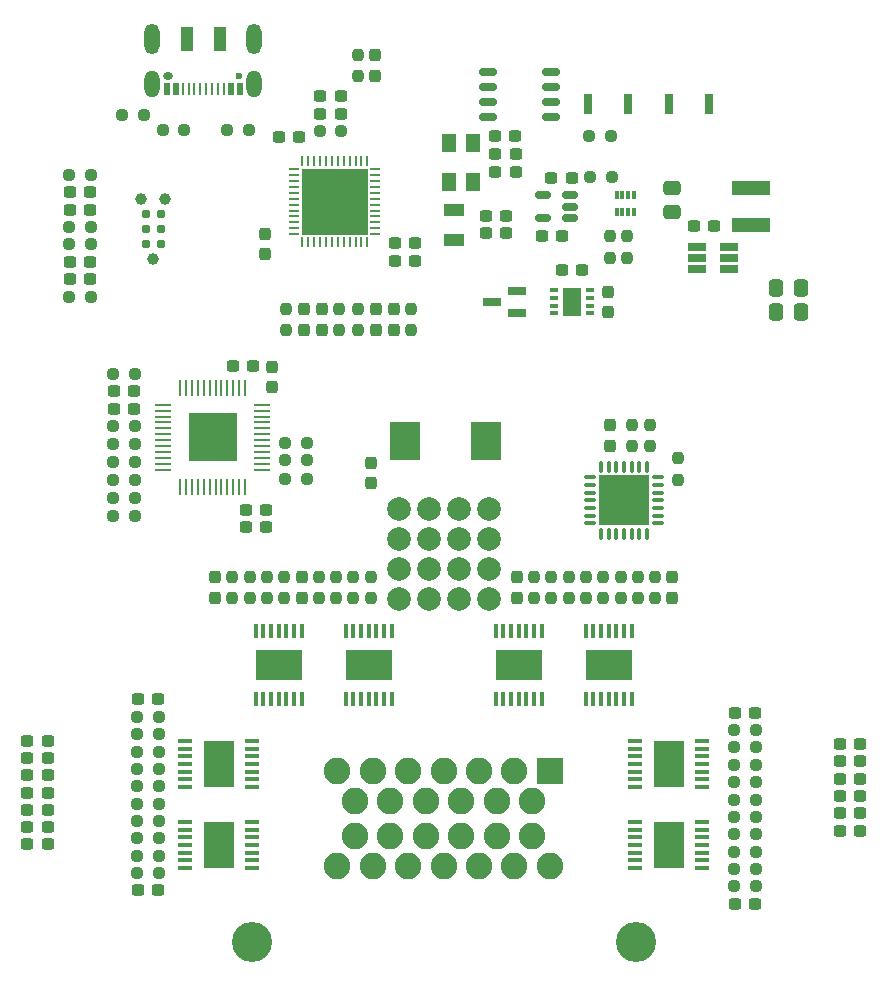
<source format=gts>
G04 #@! TF.GenerationSoftware,KiCad,Pcbnew,(7.0.0)*
G04 #@! TF.CreationDate,2023-08-22T13:44:59-04:00*
G04 #@! TF.ProjectId,Power Module Rev 5,506f7765-7220-44d6-9f64-756c65205265,rev?*
G04 #@! TF.SameCoordinates,Original*
G04 #@! TF.FileFunction,Soldermask,Top*
G04 #@! TF.FilePolarity,Negative*
%FSLAX46Y46*%
G04 Gerber Fmt 4.6, Leading zero omitted, Abs format (unit mm)*
G04 Created by KiCad (PCBNEW (7.0.0)) date 2023-08-22 13:44:59*
%MOMM*%
%LPD*%
G01*
G04 APERTURE LIST*
G04 Aperture macros list*
%AMRoundRect*
0 Rectangle with rounded corners*
0 $1 Rounding radius*
0 $2 $3 $4 $5 $6 $7 $8 $9 X,Y pos of 4 corners*
0 Add a 4 corners polygon primitive as box body*
4,1,4,$2,$3,$4,$5,$6,$7,$8,$9,$2,$3,0*
0 Add four circle primitives for the rounded corners*
1,1,$1+$1,$2,$3*
1,1,$1+$1,$4,$5*
1,1,$1+$1,$6,$7*
1,1,$1+$1,$8,$9*
0 Add four rect primitives between the rounded corners*
20,1,$1+$1,$2,$3,$4,$5,0*
20,1,$1+$1,$4,$5,$6,$7,0*
20,1,$1+$1,$6,$7,$8,$9,0*
20,1,$1+$1,$8,$9,$2,$3,0*%
G04 Aperture macros list end*
%ADD10RoundRect,0.237500X-0.300000X-0.237500X0.300000X-0.237500X0.300000X0.237500X-0.300000X0.237500X0*%
%ADD11RoundRect,0.237500X0.237500X-0.250000X0.237500X0.250000X-0.237500X0.250000X-0.237500X-0.250000X0*%
%ADD12RoundRect,0.237500X0.237500X-0.300000X0.237500X0.300000X-0.237500X0.300000X-0.237500X-0.300000X0*%
%ADD13R,0.450000X1.310000*%
%ADD14R,4.000000X2.650000*%
%ADD15RoundRect,0.237500X0.250000X0.237500X-0.250000X0.237500X-0.250000X-0.237500X0.250000X-0.237500X0*%
%ADD16R,0.650000X0.350000*%
%ADD17R,1.550000X2.400000*%
%ADD18RoundRect,0.237500X0.300000X0.237500X-0.300000X0.237500X-0.300000X-0.237500X0.300000X-0.237500X0*%
%ADD19R,0.800000X1.700000*%
%ADD20R,1.300000X1.600000*%
%ADD21R,2.500000X3.300000*%
%ADD22RoundRect,0.237500X-0.250000X-0.237500X0.250000X-0.237500X0.250000X0.237500X-0.250000X0.237500X0*%
%ADD23R,1.310000X0.450000*%
%ADD24R,2.650000X4.000000*%
%ADD25R,1.346200X0.279400*%
%ADD26R,0.279400X1.346200*%
%ADD27R,4.140200X4.140200*%
%ADD28RoundRect,0.237500X-0.237500X0.287500X-0.237500X-0.287500X0.237500X-0.287500X0.237500X0.287500X0*%
%ADD29C,0.990600*%
%ADD30C,0.787400*%
%ADD31RoundRect,0.150000X0.512500X0.150000X-0.512500X0.150000X-0.512500X-0.150000X0.512500X-0.150000X0*%
%ADD32RoundRect,0.237500X-0.237500X0.250000X-0.237500X-0.250000X0.237500X-0.250000X0.237500X0.250000X0*%
%ADD33R,3.300000X1.200000*%
%ADD34C,0.600000*%
%ADD35O,0.850000X0.600000*%
%ADD36R,0.520000X1.000000*%
%ADD37R,0.270000X1.000000*%
%ADD38O,1.300000X2.300000*%
%ADD39O,1.300000X2.600000*%
%ADD40R,1.000000X2.000000*%
%ADD41RoundRect,0.237500X-0.237500X0.300000X-0.237500X-0.300000X0.237500X-0.300000X0.237500X0.300000X0*%
%ADD42RoundRect,0.062500X0.375000X0.062500X-0.375000X0.062500X-0.375000X-0.062500X0.375000X-0.062500X0*%
%ADD43RoundRect,0.062500X0.062500X0.375000X-0.062500X0.375000X-0.062500X-0.375000X0.062500X-0.375000X0*%
%ADD44R,5.600000X5.600000*%
%ADD45C,3.400000*%
%ADD46R,2.250000X2.250000*%
%ADD47C,2.250000*%
%ADD48C,2.003200*%
%ADD49RoundRect,0.012800X0.147200X-0.317200X0.147200X0.317200X-0.147200X0.317200X-0.147200X-0.317200X0*%
%ADD50RoundRect,0.250000X-0.337500X-0.475000X0.337500X-0.475000X0.337500X0.475000X-0.337500X0.475000X0*%
%ADD51RoundRect,0.150000X0.625000X0.150000X-0.625000X0.150000X-0.625000X-0.150000X0.625000X-0.150000X0*%
%ADD52R,1.800000X1.000000*%
%ADD53RoundRect,0.250000X-0.475000X0.337500X-0.475000X-0.337500X0.475000X-0.337500X0.475000X0.337500X0*%
%ADD54RoundRect,0.075000X-0.437500X-0.075000X0.437500X-0.075000X0.437500X0.075000X-0.437500X0.075000X0*%
%ADD55RoundRect,0.075000X-0.075000X-0.437500X0.075000X-0.437500X0.075000X0.437500X-0.075000X0.437500X0*%
%ADD56R,4.250000X4.250000*%
%ADD57R,1.560000X0.650000*%
%ADD58RoundRect,0.070000X0.650000X0.300000X-0.650000X0.300000X-0.650000X-0.300000X0.650000X-0.300000X0*%
G04 APERTURE END LIST*
D10*
X116561700Y-56002400D03*
X118286700Y-56002400D03*
D11*
X113513600Y-98499300D03*
X113513600Y-96674300D03*
D12*
X114973600Y-98449300D03*
X114973600Y-96724300D03*
D13*
X142919999Y-101289999D03*
X142269999Y-101289999D03*
X141619999Y-101289999D03*
X140969999Y-101294999D03*
X140319999Y-101289999D03*
X139669999Y-101289999D03*
X139019999Y-101289999D03*
X139019999Y-106989999D03*
X139669999Y-106989999D03*
X140319999Y-106989999D03*
X140969999Y-106989999D03*
X141619999Y-106989999D03*
X142269999Y-106989999D03*
X142919999Y-106989999D03*
D14*
X140969999Y-104139999D03*
D15*
X102880000Y-112960000D03*
X101055000Y-112960000D03*
X100838000Y-88468200D03*
X99013000Y-88468200D03*
X102880000Y-120290000D03*
X101055000Y-120290000D03*
X115426985Y-85311700D03*
X113601985Y-85311700D03*
D10*
X160529100Y-110845600D03*
X162254100Y-110845600D03*
D16*
X139434699Y-74378199D03*
X139434699Y-73728199D03*
X139434699Y-73078199D03*
X139434699Y-72428199D03*
X136334699Y-72428199D03*
X136334699Y-73078199D03*
X136334699Y-73728199D03*
X136334699Y-74378199D03*
D17*
X137884699Y-73403199D03*
D15*
X118336700Y-58948800D03*
X116511700Y-58948800D03*
D10*
X135313300Y-67802800D03*
X137038300Y-67802800D03*
D18*
X100788000Y-82455700D03*
X99063000Y-82455700D03*
D11*
X109123600Y-98499300D03*
X109123600Y-96674300D03*
D19*
X146102599Y-56641999D03*
X149502599Y-56641999D03*
D18*
X137838300Y-62875200D03*
X136113300Y-62875200D03*
D10*
X131344500Y-59334400D03*
X133069500Y-59334400D03*
X116561700Y-57480200D03*
X118286700Y-57480200D03*
D20*
X129489199Y-63270399D03*
X129489199Y-59970399D03*
X127489199Y-59970399D03*
X127489199Y-63270399D03*
D10*
X160529100Y-112311600D03*
X162254100Y-112311600D03*
D18*
X97077700Y-65582800D03*
X95352700Y-65582800D03*
X102830000Y-107060000D03*
X101105000Y-107060000D03*
D21*
X123702399Y-85191599D03*
X130602399Y-85201599D03*
D15*
X100838000Y-79508900D03*
X99013000Y-79508900D03*
D11*
X143446868Y-98499300D03*
X143446868Y-96674300D03*
D10*
X113056500Y-59461400D03*
X114781500Y-59461400D03*
D11*
X113700443Y-75816756D03*
X113700443Y-73991756D03*
X134646872Y-98499300D03*
X134646872Y-96674300D03*
X142570200Y-69670300D03*
X142570200Y-67845300D03*
D13*
X114979999Y-101289999D03*
X114329999Y-101289999D03*
X113679999Y-101289999D03*
X113029999Y-101294999D03*
X112379999Y-101289999D03*
X111729999Y-101289999D03*
X111079999Y-101289999D03*
X111079999Y-106989999D03*
X111729999Y-106989999D03*
X112379999Y-106989999D03*
X113029999Y-106989999D03*
X113679999Y-106989999D03*
X114329999Y-106989999D03*
X114979999Y-106989999D03*
D14*
X113029999Y-104139999D03*
D22*
X95302700Y-68529200D03*
X97127700Y-68529200D03*
X151589100Y-119948163D03*
X153414100Y-119948163D03*
D15*
X102880000Y-114420000D03*
X101055000Y-114420000D03*
D11*
X116433600Y-98499300D03*
X116433600Y-96674300D03*
D18*
X93496300Y-114950533D03*
X91771300Y-114950533D03*
X124585900Y-69900800D03*
X122860900Y-69900800D03*
D10*
X160529100Y-115243600D03*
X162254100Y-115243600D03*
D15*
X102880000Y-110020000D03*
X101055000Y-110020000D03*
D23*
X148899999Y-121329999D03*
X148899999Y-120679999D03*
X148899999Y-120029999D03*
X148894999Y-119379999D03*
X148899999Y-118729999D03*
X148899999Y-118079999D03*
X148899999Y-117429999D03*
X143199999Y-117429999D03*
X143199999Y-118079999D03*
X143199999Y-118729999D03*
X143199999Y-119379999D03*
X143199999Y-120029999D03*
X143199999Y-120679999D03*
X143199999Y-121329999D03*
D24*
X146049999Y-119379999D03*
D22*
X139399000Y-62865000D03*
X141224000Y-62865000D03*
D12*
X120853200Y-88771900D03*
X120853200Y-87046900D03*
D22*
X95302700Y-72948800D03*
X97127700Y-72948800D03*
D18*
X149935100Y-66973400D03*
X148210100Y-66973400D03*
D10*
X151639100Y-108180891D03*
X153364100Y-108180891D03*
D15*
X102880000Y-118830000D03*
X101055000Y-118830000D03*
D11*
X136113538Y-98499300D03*
X136113538Y-96674300D03*
D18*
X97077700Y-64109600D03*
X95352700Y-64109600D03*
X132282100Y-66120800D03*
X130557100Y-66120800D03*
X93496300Y-119340532D03*
X91771300Y-119340532D03*
D25*
X111620299Y-87612092D03*
X111620299Y-87111966D03*
X111620299Y-86611840D03*
X111620299Y-86111714D03*
X111620299Y-85611588D03*
X111620299Y-85111462D03*
X111620299Y-84611336D03*
X111620299Y-84111210D03*
X111620299Y-83611084D03*
X111620299Y-83110958D03*
X111620299Y-82610832D03*
X111620299Y-82110706D03*
D26*
X110192692Y-80683099D03*
X109692566Y-80683099D03*
X109192440Y-80683099D03*
X108692314Y-80683099D03*
X108192188Y-80683099D03*
X107692062Y-80683099D03*
X107191936Y-80683099D03*
X106691810Y-80683099D03*
X106191684Y-80683099D03*
X105691558Y-80683099D03*
X105191432Y-80683099D03*
X104691306Y-80683099D03*
D25*
X103263699Y-82110706D03*
X103263699Y-82610832D03*
X103263699Y-83110958D03*
X103263699Y-83611084D03*
X103263699Y-84111210D03*
X103263699Y-84611336D03*
X103263699Y-85111462D03*
X103263699Y-85611588D03*
X103263699Y-86111714D03*
X103263699Y-86611840D03*
X103263699Y-87111966D03*
X103263699Y-87612092D03*
D26*
X104691306Y-89039699D03*
X105191432Y-89039699D03*
X105691558Y-89039699D03*
X106191684Y-89039699D03*
X106691810Y-89039699D03*
X107191936Y-89039699D03*
X107692062Y-89039699D03*
X108192188Y-89039699D03*
X108692314Y-89039699D03*
X109192440Y-89039699D03*
X109692566Y-89039699D03*
X110192692Y-89039699D03*
D27*
X107441999Y-84861399D03*
D28*
X121234200Y-52490400D03*
X121234200Y-54240400D03*
D22*
X151589100Y-122889981D03*
X153414100Y-122889981D03*
D23*
X105099999Y-110571999D03*
X105099999Y-111221999D03*
X105099999Y-111871999D03*
X105104999Y-112521999D03*
X105099999Y-113171999D03*
X105099999Y-113821999D03*
X105099999Y-114471999D03*
X110799999Y-114471999D03*
X110799999Y-113821999D03*
X110799999Y-113171999D03*
X110799999Y-112521999D03*
X110799999Y-111871999D03*
X110799999Y-111221999D03*
X110799999Y-110571999D03*
D24*
X107949999Y-112521999D03*
D10*
X110273785Y-92486500D03*
X111998785Y-92486500D03*
D29*
X102438200Y-69773800D03*
X101422200Y-64693800D03*
X103454200Y-64693800D03*
D30*
X103073200Y-68503800D03*
X101803200Y-68503800D03*
X103073200Y-67233800D03*
X101803200Y-67233800D03*
X103073200Y-65963800D03*
X101803200Y-65963800D03*
D19*
X139219199Y-56641999D03*
X142619199Y-56641999D03*
D31*
X137713300Y-66278800D03*
X137713300Y-65328800D03*
X137713300Y-64378800D03*
X135438300Y-64378800D03*
X135438300Y-66278800D03*
D10*
X160529100Y-116709600D03*
X162254100Y-116709600D03*
X151639100Y-124360890D03*
X153364100Y-124360890D03*
D11*
X137580204Y-98499300D03*
X137580204Y-96674300D03*
D15*
X115426985Y-86810300D03*
X113601985Y-86810300D03*
D12*
X133180206Y-98449300D03*
X133180206Y-96724300D03*
D32*
X146837400Y-86615900D03*
X146837400Y-88440900D03*
D10*
X137020600Y-70724400D03*
X138745600Y-70724400D03*
D15*
X100838000Y-91541600D03*
X99013000Y-91541600D03*
D22*
X151589100Y-115535436D03*
X153414100Y-115535436D03*
X151589100Y-118477254D03*
X153414100Y-118477254D03*
D33*
X153034999Y-66853399D03*
X153034999Y-63753399D03*
D34*
X109654600Y-54247000D03*
D35*
X103654599Y-54246999D03*
D36*
X109754599Y-55346999D03*
X109004599Y-55346999D03*
D37*
X108404599Y-55346999D03*
X106904599Y-55346999D03*
X105904599Y-55346999D03*
X104904599Y-55346999D03*
D36*
X104304599Y-55346999D03*
X103554599Y-55346999D03*
X103554599Y-55346999D03*
X104304599Y-55346999D03*
D37*
X105404599Y-55346999D03*
X106404599Y-55346999D03*
X107404599Y-55346999D03*
X107904599Y-55346999D03*
D36*
X109004599Y-55346999D03*
X109754599Y-55346999D03*
D38*
X110974599Y-54971999D03*
D39*
X110974599Y-51146999D03*
D40*
X108054599Y-51146999D03*
X105254599Y-51146999D03*
D38*
X102334599Y-54971999D03*
D39*
X102334599Y-51146999D03*
D41*
X140880300Y-72528900D03*
X140880300Y-74253900D03*
D18*
X93496300Y-110560534D03*
X91771300Y-110560534D03*
D15*
X102880000Y-117360000D03*
X101055000Y-117360000D03*
D18*
X93496300Y-112023867D03*
X91771300Y-112023867D03*
D32*
X144475200Y-83798400D03*
X144475200Y-85623400D03*
D18*
X133093800Y-60883800D03*
X131368800Y-60883800D03*
D10*
X160529100Y-118175600D03*
X162254100Y-118175600D03*
D42*
X121234200Y-67667000D03*
X121234200Y-67167000D03*
X121234200Y-66667000D03*
X121234200Y-66167000D03*
X121234200Y-65667000D03*
X121234200Y-65167000D03*
X121234200Y-64667000D03*
X121234200Y-64167000D03*
X121234200Y-63667000D03*
X121234200Y-63167000D03*
X121234200Y-62667000D03*
X121234200Y-62167000D03*
D43*
X120546700Y-61479500D03*
X120046700Y-61479500D03*
X119546700Y-61479500D03*
X119046700Y-61479500D03*
X118546700Y-61479500D03*
X118046700Y-61479500D03*
X117546700Y-61479500D03*
X117046700Y-61479500D03*
X116546700Y-61479500D03*
X116046700Y-61479500D03*
X115546700Y-61479500D03*
X115046700Y-61479500D03*
D42*
X114359200Y-62167000D03*
X114359200Y-62667000D03*
X114359200Y-63167000D03*
X114359200Y-63667000D03*
X114359200Y-64167000D03*
X114359200Y-64667000D03*
X114359200Y-65167000D03*
X114359200Y-65667000D03*
X114359200Y-66167000D03*
X114359200Y-66667000D03*
X114359200Y-67167000D03*
X114359200Y-67667000D03*
D43*
X115046700Y-68354500D03*
X115546700Y-68354500D03*
X116046700Y-68354500D03*
X116546700Y-68354500D03*
X117046700Y-68354500D03*
X117546700Y-68354500D03*
X118046700Y-68354500D03*
X118546700Y-68354500D03*
X119046700Y-68354500D03*
X119546700Y-68354500D03*
X120046700Y-68354500D03*
X120546700Y-68354500D03*
D44*
X117796699Y-64916999D03*
D32*
X141071600Y-67845300D03*
X141071600Y-69670300D03*
D22*
X139320900Y-59359800D03*
X141145900Y-59359800D03*
D41*
X121271643Y-74041756D03*
X121271643Y-75766756D03*
D15*
X102880000Y-115880000D03*
X101055000Y-115880000D03*
D18*
X133093800Y-62368600D03*
X131368800Y-62368600D03*
D41*
X141097000Y-83848400D03*
X141097000Y-85573400D03*
D45*
X110750000Y-127635000D03*
X143250000Y-127635000D03*
D46*
X135999999Y-113134999D03*
D47*
X133000000Y-113135000D03*
X130000000Y-113135000D03*
X127000000Y-113135000D03*
X124000000Y-113135000D03*
X121000000Y-113135000D03*
X118000000Y-113135000D03*
X134500000Y-115635000D03*
X131500000Y-115635000D03*
X128500000Y-115635000D03*
X125500000Y-115635000D03*
X122500000Y-115635000D03*
X119500000Y-115635000D03*
X134500000Y-118635000D03*
X131500000Y-118635000D03*
X128500000Y-118635000D03*
X125500000Y-118635000D03*
X122500000Y-118635000D03*
X119500000Y-118635000D03*
X136000000Y-121135000D03*
X133000000Y-121135000D03*
X130000000Y-121135000D03*
X127000000Y-121135000D03*
X124000000Y-121135000D03*
X121000000Y-121135000D03*
X118000000Y-121135000D03*
D11*
X119761000Y-54300400D03*
X119761000Y-52475400D03*
X140513536Y-98499300D03*
X140513536Y-96674300D03*
D32*
X142951200Y-83798400D03*
X142951200Y-85623400D03*
D12*
X107653600Y-98449300D03*
X107653600Y-96724300D03*
D22*
X108690400Y-58826400D03*
X110515400Y-58826400D03*
X151589100Y-117006345D03*
X153414100Y-117006345D03*
D15*
X100838000Y-85471000D03*
X99013000Y-85471000D03*
X115426985Y-88359700D03*
X113601985Y-88359700D03*
D18*
X97077700Y-71475600D03*
X95352700Y-71475600D03*
D22*
X151589100Y-114064527D03*
X153414100Y-114064527D03*
D11*
X119363600Y-98499300D03*
X119363600Y-96674300D03*
D48*
X123190000Y-90932000D03*
X125730000Y-90932000D03*
X128270000Y-90932000D03*
X130810000Y-90932000D03*
X130810000Y-93472000D03*
X128270000Y-93472000D03*
X125730000Y-93472000D03*
X123190000Y-93472000D03*
X123190000Y-96012000D03*
X125730000Y-96012000D03*
X128270000Y-96012000D03*
X130810000Y-96012000D03*
X130810000Y-98552000D03*
X128270000Y-98552000D03*
X125730000Y-98552000D03*
X123190000Y-98552000D03*
D41*
X115175643Y-74041756D03*
X115175643Y-75766756D03*
D11*
X144913534Y-98499300D03*
X144913534Y-96674300D03*
D15*
X102880000Y-121750000D03*
X101055000Y-121750000D03*
D49*
X141642400Y-65784400D03*
X142142400Y-65784400D03*
X142642400Y-65784400D03*
X143142400Y-65784400D03*
X143142400Y-64314400D03*
X142642400Y-64314400D03*
X142142400Y-64314400D03*
X141642400Y-64314400D03*
D22*
X151589100Y-112593618D03*
X153414100Y-112593618D03*
D15*
X105054400Y-58826400D03*
X103229400Y-58826400D03*
D50*
X155172500Y-74231600D03*
X157247500Y-74231600D03*
D22*
X95302700Y-67056000D03*
X97127700Y-67056000D03*
D41*
X112457085Y-78887700D03*
X112457085Y-80612700D03*
X116699643Y-74041756D03*
X116699643Y-75766756D03*
D12*
X111861600Y-69340900D03*
X111861600Y-67615900D03*
D11*
X110583600Y-98499300D03*
X110583600Y-96674300D03*
X120823600Y-98499300D03*
X120823600Y-96674300D03*
D15*
X102880000Y-108540000D03*
X101055000Y-108540000D03*
D18*
X102830000Y-123230000D03*
X101105000Y-123230000D03*
D51*
X136126600Y-57708800D03*
X136126600Y-56438800D03*
X136126600Y-55168800D03*
X136126600Y-53898800D03*
X130776600Y-53898800D03*
X130776600Y-55168800D03*
X130776600Y-56438800D03*
X130776600Y-57708800D03*
D22*
X95302700Y-62636400D03*
X97127700Y-62636400D03*
D52*
X127888999Y-65628199D03*
X127888999Y-68128199D03*
D10*
X160529100Y-113777600D03*
X162254100Y-113777600D03*
D18*
X132282100Y-67589400D03*
X130557100Y-67589400D03*
D11*
X112043600Y-98499300D03*
X112043600Y-96674300D03*
D22*
X151589100Y-121419072D03*
X153414100Y-121419072D03*
D23*
X105099999Y-117429999D03*
X105099999Y-118079999D03*
X105099999Y-118729999D03*
X105104999Y-119379999D03*
X105099999Y-120029999D03*
X105099999Y-120679999D03*
X105099999Y-121329999D03*
X110799999Y-121329999D03*
X110799999Y-120679999D03*
X110799999Y-120029999D03*
X110799999Y-119379999D03*
X110799999Y-118729999D03*
X110799999Y-118079999D03*
X110799999Y-117429999D03*
D24*
X107949999Y-119379999D03*
D22*
X151589100Y-109651800D03*
X153414100Y-109651800D03*
D15*
X102880000Y-111490000D03*
X101055000Y-111490000D03*
X100838000Y-86969600D03*
X99013000Y-86969600D03*
D10*
X110273785Y-91001300D03*
X111998785Y-91001300D03*
D50*
X155172500Y-72263000D03*
X157247500Y-72263000D03*
D11*
X124268843Y-75816756D03*
X124268843Y-73991756D03*
D41*
X122795643Y-74041756D03*
X122795643Y-75766756D03*
D22*
X151589100Y-111122709D03*
X153414100Y-111122709D03*
D11*
X118165243Y-75816756D03*
X118165243Y-73991756D03*
D18*
X124585900Y-68427600D03*
X122860900Y-68427600D03*
D15*
X100838000Y-89992200D03*
X99013000Y-89992200D03*
D53*
X146354800Y-63745900D03*
X146354800Y-65820900D03*
D15*
X101623500Y-57556400D03*
X99798500Y-57556400D03*
D11*
X117893600Y-98499300D03*
X117893600Y-96674300D03*
D18*
X100788000Y-80982100D03*
X99063000Y-80982100D03*
D15*
X100838000Y-83921600D03*
X99013000Y-83921600D03*
D12*
X146380200Y-98449300D03*
X146380200Y-96724300D03*
D18*
X97077700Y-70002400D03*
X95352700Y-70002400D03*
D13*
X122599999Y-101289999D03*
X121949999Y-101289999D03*
X121299999Y-101289999D03*
X120649999Y-101294999D03*
X119999999Y-101289999D03*
X119349999Y-101289999D03*
X118699999Y-101289999D03*
X118699999Y-106989999D03*
X119349999Y-106989999D03*
X119999999Y-106989999D03*
X120649999Y-106989999D03*
X121299999Y-106989999D03*
X121949999Y-106989999D03*
X122599999Y-106989999D03*
D14*
X120649999Y-104139999D03*
D11*
X139046870Y-98499300D03*
X139046870Y-96674300D03*
D18*
X93496300Y-116413866D03*
X91771300Y-116413866D03*
D54*
X139437900Y-88244800D03*
X139437900Y-88894800D03*
X139437900Y-89544800D03*
X139437900Y-90194800D03*
X139437900Y-90844800D03*
X139437900Y-91494800D03*
X139437900Y-92144800D03*
D55*
X140325400Y-93032300D03*
X140975400Y-93032300D03*
X141625400Y-93032300D03*
X142275400Y-93032300D03*
X142925400Y-93032300D03*
X143575400Y-93032300D03*
X144225400Y-93032300D03*
D54*
X145112900Y-92144800D03*
X145112900Y-91494800D03*
X145112900Y-90844800D03*
X145112900Y-90194800D03*
X145112900Y-89544800D03*
X145112900Y-88894800D03*
X145112900Y-88244800D03*
D55*
X144225400Y-87357300D03*
X143575400Y-87357300D03*
X142925400Y-87357300D03*
X142275400Y-87357300D03*
X141625400Y-87357300D03*
X140975400Y-87357300D03*
X140325400Y-87357300D03*
D56*
X142275399Y-90194799D03*
D11*
X141980202Y-98499300D03*
X141980202Y-96674300D03*
D57*
X148429999Y-68711999D03*
X148429999Y-69661999D03*
X148429999Y-70611999D03*
X151129999Y-70611999D03*
X151129999Y-69661999D03*
X151129999Y-68711999D03*
D58*
X133206200Y-74353200D03*
X133206200Y-72453200D03*
X131106200Y-73403200D03*
D18*
X93496300Y-117877199D03*
X91771300Y-117877199D03*
D11*
X119791643Y-75816756D03*
X119791643Y-73991756D03*
D13*
X135299999Y-101289999D03*
X134649999Y-101289999D03*
X133999999Y-101289999D03*
X133349999Y-101294999D03*
X132699999Y-101289999D03*
X132049999Y-101289999D03*
X131399999Y-101289999D03*
X131399999Y-106989999D03*
X132049999Y-106989999D03*
X132699999Y-106989999D03*
X133349999Y-106989999D03*
X133999999Y-106989999D03*
X134649999Y-106989999D03*
X135299999Y-106989999D03*
D14*
X133349999Y-104139999D03*
D18*
X110882285Y-78834700D03*
X109157285Y-78834700D03*
D23*
X148899999Y-114471999D03*
X148899999Y-113821999D03*
X148899999Y-113171999D03*
X148894999Y-112521999D03*
X148899999Y-111871999D03*
X148899999Y-111221999D03*
X148899999Y-110571999D03*
X143199999Y-110571999D03*
X143199999Y-111221999D03*
X143199999Y-111871999D03*
X143199999Y-112521999D03*
X143199999Y-113171999D03*
X143199999Y-113821999D03*
X143199999Y-114471999D03*
D24*
X146049999Y-112521999D03*
D18*
X93496300Y-113487200D03*
X91771300Y-113487200D03*
M02*

</source>
